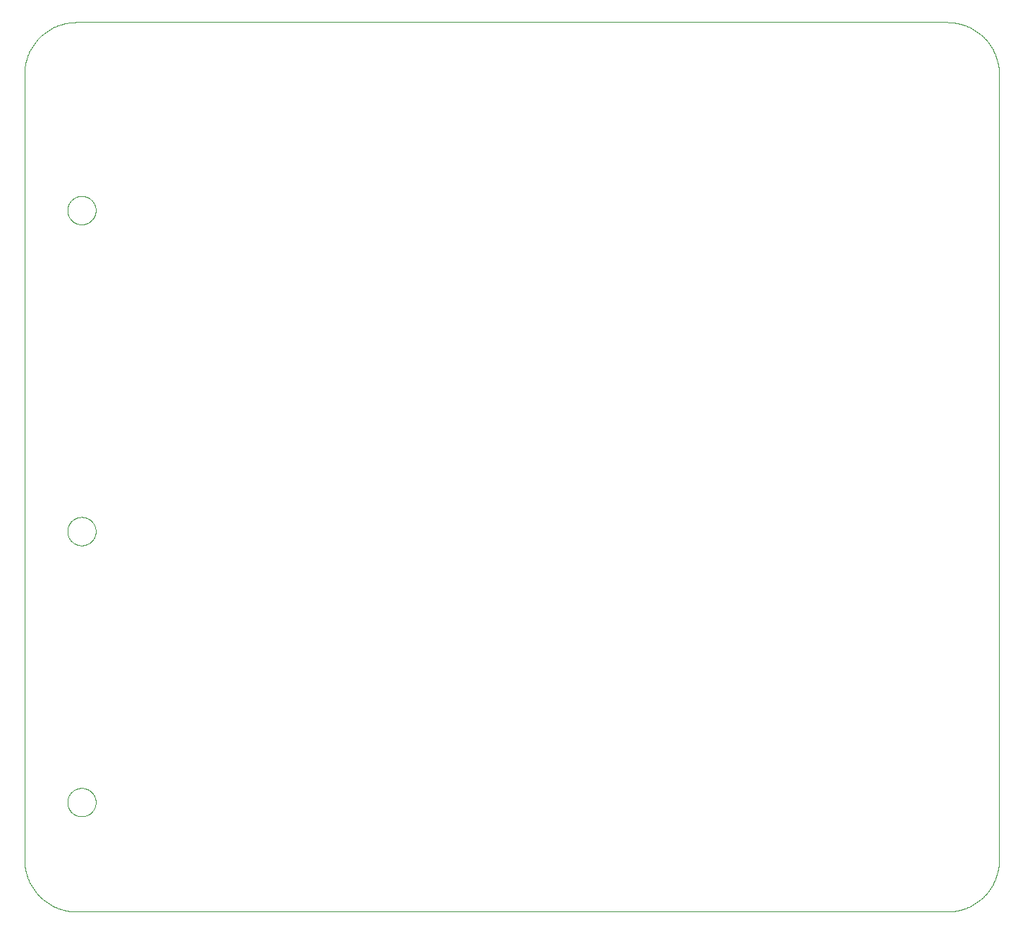
<source format=gko>
G75*
%MOIN*%
%OFA0B0*%
%FSLAX25Y25*%
%IPPOS*%
%LPD*%
%AMOC8*
5,1,8,0,0,1.08239X$1,22.5*
%
%ADD10C,0.00000*%
D10*
X0046164Y0066323D02*
X0457414Y0066323D01*
X0458006Y0066330D01*
X0458598Y0066352D01*
X0459189Y0066387D01*
X0459779Y0066437D01*
X0460367Y0066502D01*
X0460954Y0066580D01*
X0461539Y0066673D01*
X0462121Y0066779D01*
X0462701Y0066900D01*
X0463277Y0067035D01*
X0463850Y0067184D01*
X0464420Y0067346D01*
X0464985Y0067522D01*
X0465546Y0067712D01*
X0466102Y0067915D01*
X0466653Y0068132D01*
X0467198Y0068362D01*
X0467738Y0068605D01*
X0468272Y0068861D01*
X0468800Y0069129D01*
X0469321Y0069411D01*
X0469835Y0069705D01*
X0470341Y0070011D01*
X0470840Y0070329D01*
X0471332Y0070660D01*
X0471815Y0071002D01*
X0472289Y0071356D01*
X0472756Y0071721D01*
X0473213Y0072097D01*
X0473661Y0072484D01*
X0474099Y0072882D01*
X0474528Y0073291D01*
X0474946Y0073709D01*
X0475355Y0074138D01*
X0475753Y0074576D01*
X0476140Y0075024D01*
X0476516Y0075481D01*
X0476881Y0075948D01*
X0477235Y0076422D01*
X0477577Y0076905D01*
X0477908Y0077397D01*
X0478226Y0077896D01*
X0478532Y0078402D01*
X0478826Y0078916D01*
X0479108Y0079437D01*
X0479376Y0079965D01*
X0479632Y0080499D01*
X0479875Y0081039D01*
X0480105Y0081584D01*
X0480322Y0082135D01*
X0480525Y0082691D01*
X0480715Y0083252D01*
X0480891Y0083817D01*
X0481053Y0084387D01*
X0481202Y0084960D01*
X0481337Y0085536D01*
X0481458Y0086116D01*
X0481564Y0086698D01*
X0481657Y0087283D01*
X0481735Y0087870D01*
X0481800Y0088458D01*
X0481850Y0089048D01*
X0481885Y0089639D01*
X0481907Y0090231D01*
X0481914Y0090823D01*
X0481914Y0461823D01*
X0481907Y0462415D01*
X0481885Y0463007D01*
X0481850Y0463598D01*
X0481800Y0464188D01*
X0481735Y0464776D01*
X0481657Y0465363D01*
X0481564Y0465948D01*
X0481458Y0466530D01*
X0481337Y0467110D01*
X0481202Y0467686D01*
X0481053Y0468259D01*
X0480891Y0468829D01*
X0480715Y0469394D01*
X0480525Y0469955D01*
X0480322Y0470511D01*
X0480105Y0471062D01*
X0479875Y0471607D01*
X0479632Y0472147D01*
X0479376Y0472681D01*
X0479108Y0473209D01*
X0478826Y0473730D01*
X0478532Y0474244D01*
X0478226Y0474750D01*
X0477908Y0475249D01*
X0477577Y0475741D01*
X0477235Y0476224D01*
X0476881Y0476698D01*
X0476516Y0477165D01*
X0476140Y0477622D01*
X0475753Y0478070D01*
X0475355Y0478508D01*
X0474946Y0478937D01*
X0474528Y0479355D01*
X0474099Y0479764D01*
X0473661Y0480162D01*
X0473213Y0480549D01*
X0472756Y0480925D01*
X0472289Y0481290D01*
X0471815Y0481644D01*
X0471332Y0481986D01*
X0470840Y0482317D01*
X0470341Y0482635D01*
X0469835Y0482941D01*
X0469321Y0483235D01*
X0468800Y0483517D01*
X0468272Y0483785D01*
X0467738Y0484041D01*
X0467198Y0484284D01*
X0466653Y0484514D01*
X0466102Y0484731D01*
X0465546Y0484934D01*
X0464985Y0485124D01*
X0464420Y0485300D01*
X0463850Y0485462D01*
X0463277Y0485611D01*
X0462701Y0485746D01*
X0462121Y0485867D01*
X0461539Y0485973D01*
X0460954Y0486066D01*
X0460367Y0486144D01*
X0459779Y0486209D01*
X0459189Y0486259D01*
X0458598Y0486294D01*
X0458006Y0486316D01*
X0457414Y0486323D01*
X0045914Y0486323D01*
X0045322Y0486316D01*
X0044730Y0486294D01*
X0044139Y0486259D01*
X0043549Y0486209D01*
X0042961Y0486144D01*
X0042374Y0486066D01*
X0041789Y0485973D01*
X0041207Y0485867D01*
X0040627Y0485746D01*
X0040051Y0485611D01*
X0039478Y0485462D01*
X0038908Y0485300D01*
X0038343Y0485124D01*
X0037782Y0484934D01*
X0037226Y0484731D01*
X0036675Y0484514D01*
X0036130Y0484284D01*
X0035590Y0484041D01*
X0035056Y0483785D01*
X0034528Y0483517D01*
X0034007Y0483235D01*
X0033493Y0482941D01*
X0032987Y0482635D01*
X0032488Y0482317D01*
X0031996Y0481986D01*
X0031513Y0481644D01*
X0031039Y0481290D01*
X0030572Y0480925D01*
X0030115Y0480549D01*
X0029667Y0480162D01*
X0029229Y0479764D01*
X0028800Y0479355D01*
X0028382Y0478937D01*
X0027973Y0478508D01*
X0027575Y0478070D01*
X0027188Y0477622D01*
X0026812Y0477165D01*
X0026447Y0476698D01*
X0026093Y0476224D01*
X0025751Y0475741D01*
X0025420Y0475249D01*
X0025102Y0474750D01*
X0024796Y0474244D01*
X0024502Y0473730D01*
X0024220Y0473209D01*
X0023952Y0472681D01*
X0023696Y0472147D01*
X0023453Y0471607D01*
X0023223Y0471062D01*
X0023006Y0470511D01*
X0022803Y0469955D01*
X0022613Y0469394D01*
X0022437Y0468829D01*
X0022275Y0468259D01*
X0022126Y0467686D01*
X0021991Y0467110D01*
X0021870Y0466530D01*
X0021764Y0465948D01*
X0021671Y0465363D01*
X0021593Y0464776D01*
X0021528Y0464188D01*
X0021478Y0463598D01*
X0021443Y0463007D01*
X0021421Y0462415D01*
X0021414Y0461823D01*
X0021414Y0091073D01*
X0021421Y0090475D01*
X0021443Y0089877D01*
X0021479Y0089280D01*
X0021530Y0088684D01*
X0021594Y0088090D01*
X0021674Y0087497D01*
X0021767Y0086906D01*
X0021875Y0086318D01*
X0021997Y0085732D01*
X0022133Y0085150D01*
X0022283Y0084571D01*
X0022447Y0083996D01*
X0022625Y0083425D01*
X0022817Y0082858D01*
X0023022Y0082297D01*
X0023241Y0081740D01*
X0023473Y0081189D01*
X0023719Y0080643D01*
X0023977Y0080104D01*
X0024249Y0079571D01*
X0024533Y0079045D01*
X0024830Y0078526D01*
X0025140Y0078014D01*
X0025461Y0077510D01*
X0025795Y0077013D01*
X0026141Y0076525D01*
X0026498Y0076046D01*
X0026867Y0075575D01*
X0027247Y0075113D01*
X0027638Y0074661D01*
X0028040Y0074218D01*
X0028453Y0073785D01*
X0028876Y0073362D01*
X0029309Y0072949D01*
X0029752Y0072547D01*
X0030204Y0072156D01*
X0030666Y0071776D01*
X0031137Y0071407D01*
X0031616Y0071050D01*
X0032104Y0070704D01*
X0032601Y0070370D01*
X0033105Y0070049D01*
X0033617Y0069739D01*
X0034136Y0069442D01*
X0034662Y0069158D01*
X0035195Y0068886D01*
X0035734Y0068628D01*
X0036280Y0068382D01*
X0036831Y0068150D01*
X0037388Y0067931D01*
X0037949Y0067726D01*
X0038516Y0067534D01*
X0039087Y0067356D01*
X0039662Y0067192D01*
X0040241Y0067042D01*
X0040823Y0066906D01*
X0041409Y0066784D01*
X0041997Y0066676D01*
X0042588Y0066583D01*
X0043181Y0066503D01*
X0043775Y0066439D01*
X0044371Y0066388D01*
X0044968Y0066352D01*
X0045566Y0066330D01*
X0046164Y0066323D01*
X0041756Y0118016D02*
X0041758Y0118180D01*
X0041764Y0118344D01*
X0041774Y0118508D01*
X0041788Y0118672D01*
X0041806Y0118835D01*
X0041828Y0118998D01*
X0041855Y0119160D01*
X0041885Y0119322D01*
X0041919Y0119482D01*
X0041957Y0119642D01*
X0041998Y0119801D01*
X0042044Y0119959D01*
X0042094Y0120115D01*
X0042147Y0120271D01*
X0042204Y0120425D01*
X0042265Y0120577D01*
X0042330Y0120728D01*
X0042399Y0120878D01*
X0042471Y0121025D01*
X0042546Y0121171D01*
X0042626Y0121315D01*
X0042708Y0121457D01*
X0042794Y0121597D01*
X0042884Y0121734D01*
X0042977Y0121870D01*
X0043073Y0122003D01*
X0043173Y0122134D01*
X0043275Y0122262D01*
X0043381Y0122388D01*
X0043490Y0122511D01*
X0043602Y0122631D01*
X0043716Y0122749D01*
X0043834Y0122863D01*
X0043954Y0122975D01*
X0044077Y0123084D01*
X0044203Y0123190D01*
X0044331Y0123292D01*
X0044462Y0123392D01*
X0044595Y0123488D01*
X0044731Y0123581D01*
X0044868Y0123671D01*
X0045008Y0123757D01*
X0045150Y0123839D01*
X0045294Y0123919D01*
X0045440Y0123994D01*
X0045587Y0124066D01*
X0045737Y0124135D01*
X0045888Y0124200D01*
X0046040Y0124261D01*
X0046194Y0124318D01*
X0046350Y0124371D01*
X0046506Y0124421D01*
X0046664Y0124467D01*
X0046823Y0124508D01*
X0046983Y0124546D01*
X0047143Y0124580D01*
X0047305Y0124610D01*
X0047467Y0124637D01*
X0047630Y0124659D01*
X0047793Y0124677D01*
X0047957Y0124691D01*
X0048121Y0124701D01*
X0048285Y0124707D01*
X0048449Y0124709D01*
X0048613Y0124707D01*
X0048777Y0124701D01*
X0048941Y0124691D01*
X0049105Y0124677D01*
X0049268Y0124659D01*
X0049431Y0124637D01*
X0049593Y0124610D01*
X0049755Y0124580D01*
X0049915Y0124546D01*
X0050075Y0124508D01*
X0050234Y0124467D01*
X0050392Y0124421D01*
X0050548Y0124371D01*
X0050704Y0124318D01*
X0050858Y0124261D01*
X0051010Y0124200D01*
X0051161Y0124135D01*
X0051311Y0124066D01*
X0051458Y0123994D01*
X0051604Y0123919D01*
X0051748Y0123839D01*
X0051890Y0123757D01*
X0052030Y0123671D01*
X0052167Y0123581D01*
X0052303Y0123488D01*
X0052436Y0123392D01*
X0052567Y0123292D01*
X0052695Y0123190D01*
X0052821Y0123084D01*
X0052944Y0122975D01*
X0053064Y0122863D01*
X0053182Y0122749D01*
X0053296Y0122631D01*
X0053408Y0122511D01*
X0053517Y0122388D01*
X0053623Y0122262D01*
X0053725Y0122134D01*
X0053825Y0122003D01*
X0053921Y0121870D01*
X0054014Y0121734D01*
X0054104Y0121597D01*
X0054190Y0121457D01*
X0054272Y0121315D01*
X0054352Y0121171D01*
X0054427Y0121025D01*
X0054499Y0120878D01*
X0054568Y0120728D01*
X0054633Y0120577D01*
X0054694Y0120425D01*
X0054751Y0120271D01*
X0054804Y0120115D01*
X0054854Y0119959D01*
X0054900Y0119801D01*
X0054941Y0119642D01*
X0054979Y0119482D01*
X0055013Y0119322D01*
X0055043Y0119160D01*
X0055070Y0118998D01*
X0055092Y0118835D01*
X0055110Y0118672D01*
X0055124Y0118508D01*
X0055134Y0118344D01*
X0055140Y0118180D01*
X0055142Y0118016D01*
X0055140Y0117852D01*
X0055134Y0117688D01*
X0055124Y0117524D01*
X0055110Y0117360D01*
X0055092Y0117197D01*
X0055070Y0117034D01*
X0055043Y0116872D01*
X0055013Y0116710D01*
X0054979Y0116550D01*
X0054941Y0116390D01*
X0054900Y0116231D01*
X0054854Y0116073D01*
X0054804Y0115917D01*
X0054751Y0115761D01*
X0054694Y0115607D01*
X0054633Y0115455D01*
X0054568Y0115304D01*
X0054499Y0115154D01*
X0054427Y0115007D01*
X0054352Y0114861D01*
X0054272Y0114717D01*
X0054190Y0114575D01*
X0054104Y0114435D01*
X0054014Y0114298D01*
X0053921Y0114162D01*
X0053825Y0114029D01*
X0053725Y0113898D01*
X0053623Y0113770D01*
X0053517Y0113644D01*
X0053408Y0113521D01*
X0053296Y0113401D01*
X0053182Y0113283D01*
X0053064Y0113169D01*
X0052944Y0113057D01*
X0052821Y0112948D01*
X0052695Y0112842D01*
X0052567Y0112740D01*
X0052436Y0112640D01*
X0052303Y0112544D01*
X0052167Y0112451D01*
X0052030Y0112361D01*
X0051890Y0112275D01*
X0051748Y0112193D01*
X0051604Y0112113D01*
X0051458Y0112038D01*
X0051311Y0111966D01*
X0051161Y0111897D01*
X0051010Y0111832D01*
X0050858Y0111771D01*
X0050704Y0111714D01*
X0050548Y0111661D01*
X0050392Y0111611D01*
X0050234Y0111565D01*
X0050075Y0111524D01*
X0049915Y0111486D01*
X0049755Y0111452D01*
X0049593Y0111422D01*
X0049431Y0111395D01*
X0049268Y0111373D01*
X0049105Y0111355D01*
X0048941Y0111341D01*
X0048777Y0111331D01*
X0048613Y0111325D01*
X0048449Y0111323D01*
X0048285Y0111325D01*
X0048121Y0111331D01*
X0047957Y0111341D01*
X0047793Y0111355D01*
X0047630Y0111373D01*
X0047467Y0111395D01*
X0047305Y0111422D01*
X0047143Y0111452D01*
X0046983Y0111486D01*
X0046823Y0111524D01*
X0046664Y0111565D01*
X0046506Y0111611D01*
X0046350Y0111661D01*
X0046194Y0111714D01*
X0046040Y0111771D01*
X0045888Y0111832D01*
X0045737Y0111897D01*
X0045587Y0111966D01*
X0045440Y0112038D01*
X0045294Y0112113D01*
X0045150Y0112193D01*
X0045008Y0112275D01*
X0044868Y0112361D01*
X0044731Y0112451D01*
X0044595Y0112544D01*
X0044462Y0112640D01*
X0044331Y0112740D01*
X0044203Y0112842D01*
X0044077Y0112948D01*
X0043954Y0113057D01*
X0043834Y0113169D01*
X0043716Y0113283D01*
X0043602Y0113401D01*
X0043490Y0113521D01*
X0043381Y0113644D01*
X0043275Y0113770D01*
X0043173Y0113898D01*
X0043073Y0114029D01*
X0042977Y0114162D01*
X0042884Y0114298D01*
X0042794Y0114435D01*
X0042708Y0114575D01*
X0042626Y0114717D01*
X0042546Y0114861D01*
X0042471Y0115007D01*
X0042399Y0115154D01*
X0042330Y0115304D01*
X0042265Y0115455D01*
X0042204Y0115607D01*
X0042147Y0115761D01*
X0042094Y0115917D01*
X0042044Y0116073D01*
X0041998Y0116231D01*
X0041957Y0116390D01*
X0041919Y0116550D01*
X0041885Y0116710D01*
X0041855Y0116872D01*
X0041828Y0117034D01*
X0041806Y0117197D01*
X0041788Y0117360D01*
X0041774Y0117524D01*
X0041764Y0117688D01*
X0041758Y0117852D01*
X0041756Y0118016D01*
X0041756Y0245969D02*
X0041758Y0246133D01*
X0041764Y0246297D01*
X0041774Y0246461D01*
X0041788Y0246625D01*
X0041806Y0246788D01*
X0041828Y0246951D01*
X0041855Y0247113D01*
X0041885Y0247275D01*
X0041919Y0247435D01*
X0041957Y0247595D01*
X0041998Y0247754D01*
X0042044Y0247912D01*
X0042094Y0248068D01*
X0042147Y0248224D01*
X0042204Y0248378D01*
X0042265Y0248530D01*
X0042330Y0248681D01*
X0042399Y0248831D01*
X0042471Y0248978D01*
X0042546Y0249124D01*
X0042626Y0249268D01*
X0042708Y0249410D01*
X0042794Y0249550D01*
X0042884Y0249687D01*
X0042977Y0249823D01*
X0043073Y0249956D01*
X0043173Y0250087D01*
X0043275Y0250215D01*
X0043381Y0250341D01*
X0043490Y0250464D01*
X0043602Y0250584D01*
X0043716Y0250702D01*
X0043834Y0250816D01*
X0043954Y0250928D01*
X0044077Y0251037D01*
X0044203Y0251143D01*
X0044331Y0251245D01*
X0044462Y0251345D01*
X0044595Y0251441D01*
X0044731Y0251534D01*
X0044868Y0251624D01*
X0045008Y0251710D01*
X0045150Y0251792D01*
X0045294Y0251872D01*
X0045440Y0251947D01*
X0045587Y0252019D01*
X0045737Y0252088D01*
X0045888Y0252153D01*
X0046040Y0252214D01*
X0046194Y0252271D01*
X0046350Y0252324D01*
X0046506Y0252374D01*
X0046664Y0252420D01*
X0046823Y0252461D01*
X0046983Y0252499D01*
X0047143Y0252533D01*
X0047305Y0252563D01*
X0047467Y0252590D01*
X0047630Y0252612D01*
X0047793Y0252630D01*
X0047957Y0252644D01*
X0048121Y0252654D01*
X0048285Y0252660D01*
X0048449Y0252662D01*
X0048613Y0252660D01*
X0048777Y0252654D01*
X0048941Y0252644D01*
X0049105Y0252630D01*
X0049268Y0252612D01*
X0049431Y0252590D01*
X0049593Y0252563D01*
X0049755Y0252533D01*
X0049915Y0252499D01*
X0050075Y0252461D01*
X0050234Y0252420D01*
X0050392Y0252374D01*
X0050548Y0252324D01*
X0050704Y0252271D01*
X0050858Y0252214D01*
X0051010Y0252153D01*
X0051161Y0252088D01*
X0051311Y0252019D01*
X0051458Y0251947D01*
X0051604Y0251872D01*
X0051748Y0251792D01*
X0051890Y0251710D01*
X0052030Y0251624D01*
X0052167Y0251534D01*
X0052303Y0251441D01*
X0052436Y0251345D01*
X0052567Y0251245D01*
X0052695Y0251143D01*
X0052821Y0251037D01*
X0052944Y0250928D01*
X0053064Y0250816D01*
X0053182Y0250702D01*
X0053296Y0250584D01*
X0053408Y0250464D01*
X0053517Y0250341D01*
X0053623Y0250215D01*
X0053725Y0250087D01*
X0053825Y0249956D01*
X0053921Y0249823D01*
X0054014Y0249687D01*
X0054104Y0249550D01*
X0054190Y0249410D01*
X0054272Y0249268D01*
X0054352Y0249124D01*
X0054427Y0248978D01*
X0054499Y0248831D01*
X0054568Y0248681D01*
X0054633Y0248530D01*
X0054694Y0248378D01*
X0054751Y0248224D01*
X0054804Y0248068D01*
X0054854Y0247912D01*
X0054900Y0247754D01*
X0054941Y0247595D01*
X0054979Y0247435D01*
X0055013Y0247275D01*
X0055043Y0247113D01*
X0055070Y0246951D01*
X0055092Y0246788D01*
X0055110Y0246625D01*
X0055124Y0246461D01*
X0055134Y0246297D01*
X0055140Y0246133D01*
X0055142Y0245969D01*
X0055140Y0245805D01*
X0055134Y0245641D01*
X0055124Y0245477D01*
X0055110Y0245313D01*
X0055092Y0245150D01*
X0055070Y0244987D01*
X0055043Y0244825D01*
X0055013Y0244663D01*
X0054979Y0244503D01*
X0054941Y0244343D01*
X0054900Y0244184D01*
X0054854Y0244026D01*
X0054804Y0243870D01*
X0054751Y0243714D01*
X0054694Y0243560D01*
X0054633Y0243408D01*
X0054568Y0243257D01*
X0054499Y0243107D01*
X0054427Y0242960D01*
X0054352Y0242814D01*
X0054272Y0242670D01*
X0054190Y0242528D01*
X0054104Y0242388D01*
X0054014Y0242251D01*
X0053921Y0242115D01*
X0053825Y0241982D01*
X0053725Y0241851D01*
X0053623Y0241723D01*
X0053517Y0241597D01*
X0053408Y0241474D01*
X0053296Y0241354D01*
X0053182Y0241236D01*
X0053064Y0241122D01*
X0052944Y0241010D01*
X0052821Y0240901D01*
X0052695Y0240795D01*
X0052567Y0240693D01*
X0052436Y0240593D01*
X0052303Y0240497D01*
X0052167Y0240404D01*
X0052030Y0240314D01*
X0051890Y0240228D01*
X0051748Y0240146D01*
X0051604Y0240066D01*
X0051458Y0239991D01*
X0051311Y0239919D01*
X0051161Y0239850D01*
X0051010Y0239785D01*
X0050858Y0239724D01*
X0050704Y0239667D01*
X0050548Y0239614D01*
X0050392Y0239564D01*
X0050234Y0239518D01*
X0050075Y0239477D01*
X0049915Y0239439D01*
X0049755Y0239405D01*
X0049593Y0239375D01*
X0049431Y0239348D01*
X0049268Y0239326D01*
X0049105Y0239308D01*
X0048941Y0239294D01*
X0048777Y0239284D01*
X0048613Y0239278D01*
X0048449Y0239276D01*
X0048285Y0239278D01*
X0048121Y0239284D01*
X0047957Y0239294D01*
X0047793Y0239308D01*
X0047630Y0239326D01*
X0047467Y0239348D01*
X0047305Y0239375D01*
X0047143Y0239405D01*
X0046983Y0239439D01*
X0046823Y0239477D01*
X0046664Y0239518D01*
X0046506Y0239564D01*
X0046350Y0239614D01*
X0046194Y0239667D01*
X0046040Y0239724D01*
X0045888Y0239785D01*
X0045737Y0239850D01*
X0045587Y0239919D01*
X0045440Y0239991D01*
X0045294Y0240066D01*
X0045150Y0240146D01*
X0045008Y0240228D01*
X0044868Y0240314D01*
X0044731Y0240404D01*
X0044595Y0240497D01*
X0044462Y0240593D01*
X0044331Y0240693D01*
X0044203Y0240795D01*
X0044077Y0240901D01*
X0043954Y0241010D01*
X0043834Y0241122D01*
X0043716Y0241236D01*
X0043602Y0241354D01*
X0043490Y0241474D01*
X0043381Y0241597D01*
X0043275Y0241723D01*
X0043173Y0241851D01*
X0043073Y0241982D01*
X0042977Y0242115D01*
X0042884Y0242251D01*
X0042794Y0242388D01*
X0042708Y0242528D01*
X0042626Y0242670D01*
X0042546Y0242814D01*
X0042471Y0242960D01*
X0042399Y0243107D01*
X0042330Y0243257D01*
X0042265Y0243408D01*
X0042204Y0243560D01*
X0042147Y0243714D01*
X0042094Y0243870D01*
X0042044Y0244026D01*
X0041998Y0244184D01*
X0041957Y0244343D01*
X0041919Y0244503D01*
X0041885Y0244663D01*
X0041855Y0244825D01*
X0041828Y0244987D01*
X0041806Y0245150D01*
X0041788Y0245313D01*
X0041774Y0245477D01*
X0041764Y0245641D01*
X0041758Y0245805D01*
X0041756Y0245969D01*
X0041756Y0397543D02*
X0041758Y0397707D01*
X0041764Y0397871D01*
X0041774Y0398035D01*
X0041788Y0398199D01*
X0041806Y0398362D01*
X0041828Y0398525D01*
X0041855Y0398687D01*
X0041885Y0398849D01*
X0041919Y0399009D01*
X0041957Y0399169D01*
X0041998Y0399328D01*
X0042044Y0399486D01*
X0042094Y0399642D01*
X0042147Y0399798D01*
X0042204Y0399952D01*
X0042265Y0400104D01*
X0042330Y0400255D01*
X0042399Y0400405D01*
X0042471Y0400552D01*
X0042546Y0400698D01*
X0042626Y0400842D01*
X0042708Y0400984D01*
X0042794Y0401124D01*
X0042884Y0401261D01*
X0042977Y0401397D01*
X0043073Y0401530D01*
X0043173Y0401661D01*
X0043275Y0401789D01*
X0043381Y0401915D01*
X0043490Y0402038D01*
X0043602Y0402158D01*
X0043716Y0402276D01*
X0043834Y0402390D01*
X0043954Y0402502D01*
X0044077Y0402611D01*
X0044203Y0402717D01*
X0044331Y0402819D01*
X0044462Y0402919D01*
X0044595Y0403015D01*
X0044731Y0403108D01*
X0044868Y0403198D01*
X0045008Y0403284D01*
X0045150Y0403366D01*
X0045294Y0403446D01*
X0045440Y0403521D01*
X0045587Y0403593D01*
X0045737Y0403662D01*
X0045888Y0403727D01*
X0046040Y0403788D01*
X0046194Y0403845D01*
X0046350Y0403898D01*
X0046506Y0403948D01*
X0046664Y0403994D01*
X0046823Y0404035D01*
X0046983Y0404073D01*
X0047143Y0404107D01*
X0047305Y0404137D01*
X0047467Y0404164D01*
X0047630Y0404186D01*
X0047793Y0404204D01*
X0047957Y0404218D01*
X0048121Y0404228D01*
X0048285Y0404234D01*
X0048449Y0404236D01*
X0048613Y0404234D01*
X0048777Y0404228D01*
X0048941Y0404218D01*
X0049105Y0404204D01*
X0049268Y0404186D01*
X0049431Y0404164D01*
X0049593Y0404137D01*
X0049755Y0404107D01*
X0049915Y0404073D01*
X0050075Y0404035D01*
X0050234Y0403994D01*
X0050392Y0403948D01*
X0050548Y0403898D01*
X0050704Y0403845D01*
X0050858Y0403788D01*
X0051010Y0403727D01*
X0051161Y0403662D01*
X0051311Y0403593D01*
X0051458Y0403521D01*
X0051604Y0403446D01*
X0051748Y0403366D01*
X0051890Y0403284D01*
X0052030Y0403198D01*
X0052167Y0403108D01*
X0052303Y0403015D01*
X0052436Y0402919D01*
X0052567Y0402819D01*
X0052695Y0402717D01*
X0052821Y0402611D01*
X0052944Y0402502D01*
X0053064Y0402390D01*
X0053182Y0402276D01*
X0053296Y0402158D01*
X0053408Y0402038D01*
X0053517Y0401915D01*
X0053623Y0401789D01*
X0053725Y0401661D01*
X0053825Y0401530D01*
X0053921Y0401397D01*
X0054014Y0401261D01*
X0054104Y0401124D01*
X0054190Y0400984D01*
X0054272Y0400842D01*
X0054352Y0400698D01*
X0054427Y0400552D01*
X0054499Y0400405D01*
X0054568Y0400255D01*
X0054633Y0400104D01*
X0054694Y0399952D01*
X0054751Y0399798D01*
X0054804Y0399642D01*
X0054854Y0399486D01*
X0054900Y0399328D01*
X0054941Y0399169D01*
X0054979Y0399009D01*
X0055013Y0398849D01*
X0055043Y0398687D01*
X0055070Y0398525D01*
X0055092Y0398362D01*
X0055110Y0398199D01*
X0055124Y0398035D01*
X0055134Y0397871D01*
X0055140Y0397707D01*
X0055142Y0397543D01*
X0055140Y0397379D01*
X0055134Y0397215D01*
X0055124Y0397051D01*
X0055110Y0396887D01*
X0055092Y0396724D01*
X0055070Y0396561D01*
X0055043Y0396399D01*
X0055013Y0396237D01*
X0054979Y0396077D01*
X0054941Y0395917D01*
X0054900Y0395758D01*
X0054854Y0395600D01*
X0054804Y0395444D01*
X0054751Y0395288D01*
X0054694Y0395134D01*
X0054633Y0394982D01*
X0054568Y0394831D01*
X0054499Y0394681D01*
X0054427Y0394534D01*
X0054352Y0394388D01*
X0054272Y0394244D01*
X0054190Y0394102D01*
X0054104Y0393962D01*
X0054014Y0393825D01*
X0053921Y0393689D01*
X0053825Y0393556D01*
X0053725Y0393425D01*
X0053623Y0393297D01*
X0053517Y0393171D01*
X0053408Y0393048D01*
X0053296Y0392928D01*
X0053182Y0392810D01*
X0053064Y0392696D01*
X0052944Y0392584D01*
X0052821Y0392475D01*
X0052695Y0392369D01*
X0052567Y0392267D01*
X0052436Y0392167D01*
X0052303Y0392071D01*
X0052167Y0391978D01*
X0052030Y0391888D01*
X0051890Y0391802D01*
X0051748Y0391720D01*
X0051604Y0391640D01*
X0051458Y0391565D01*
X0051311Y0391493D01*
X0051161Y0391424D01*
X0051010Y0391359D01*
X0050858Y0391298D01*
X0050704Y0391241D01*
X0050548Y0391188D01*
X0050392Y0391138D01*
X0050234Y0391092D01*
X0050075Y0391051D01*
X0049915Y0391013D01*
X0049755Y0390979D01*
X0049593Y0390949D01*
X0049431Y0390922D01*
X0049268Y0390900D01*
X0049105Y0390882D01*
X0048941Y0390868D01*
X0048777Y0390858D01*
X0048613Y0390852D01*
X0048449Y0390850D01*
X0048285Y0390852D01*
X0048121Y0390858D01*
X0047957Y0390868D01*
X0047793Y0390882D01*
X0047630Y0390900D01*
X0047467Y0390922D01*
X0047305Y0390949D01*
X0047143Y0390979D01*
X0046983Y0391013D01*
X0046823Y0391051D01*
X0046664Y0391092D01*
X0046506Y0391138D01*
X0046350Y0391188D01*
X0046194Y0391241D01*
X0046040Y0391298D01*
X0045888Y0391359D01*
X0045737Y0391424D01*
X0045587Y0391493D01*
X0045440Y0391565D01*
X0045294Y0391640D01*
X0045150Y0391720D01*
X0045008Y0391802D01*
X0044868Y0391888D01*
X0044731Y0391978D01*
X0044595Y0392071D01*
X0044462Y0392167D01*
X0044331Y0392267D01*
X0044203Y0392369D01*
X0044077Y0392475D01*
X0043954Y0392584D01*
X0043834Y0392696D01*
X0043716Y0392810D01*
X0043602Y0392928D01*
X0043490Y0393048D01*
X0043381Y0393171D01*
X0043275Y0393297D01*
X0043173Y0393425D01*
X0043073Y0393556D01*
X0042977Y0393689D01*
X0042884Y0393825D01*
X0042794Y0393962D01*
X0042708Y0394102D01*
X0042626Y0394244D01*
X0042546Y0394388D01*
X0042471Y0394534D01*
X0042399Y0394681D01*
X0042330Y0394831D01*
X0042265Y0394982D01*
X0042204Y0395134D01*
X0042147Y0395288D01*
X0042094Y0395444D01*
X0042044Y0395600D01*
X0041998Y0395758D01*
X0041957Y0395917D01*
X0041919Y0396077D01*
X0041885Y0396237D01*
X0041855Y0396399D01*
X0041828Y0396561D01*
X0041806Y0396724D01*
X0041788Y0396887D01*
X0041774Y0397051D01*
X0041764Y0397215D01*
X0041758Y0397379D01*
X0041756Y0397543D01*
M02*

</source>
